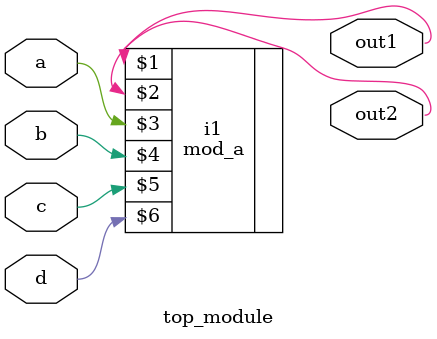
<source format=v>
module top_module ( 
    input a, 
    input b, 
    input c,
    input d,
    output out1,
    output out2
);
    mod_a i1 (out1,out2,a,b,c,d);
endmodule

</source>
